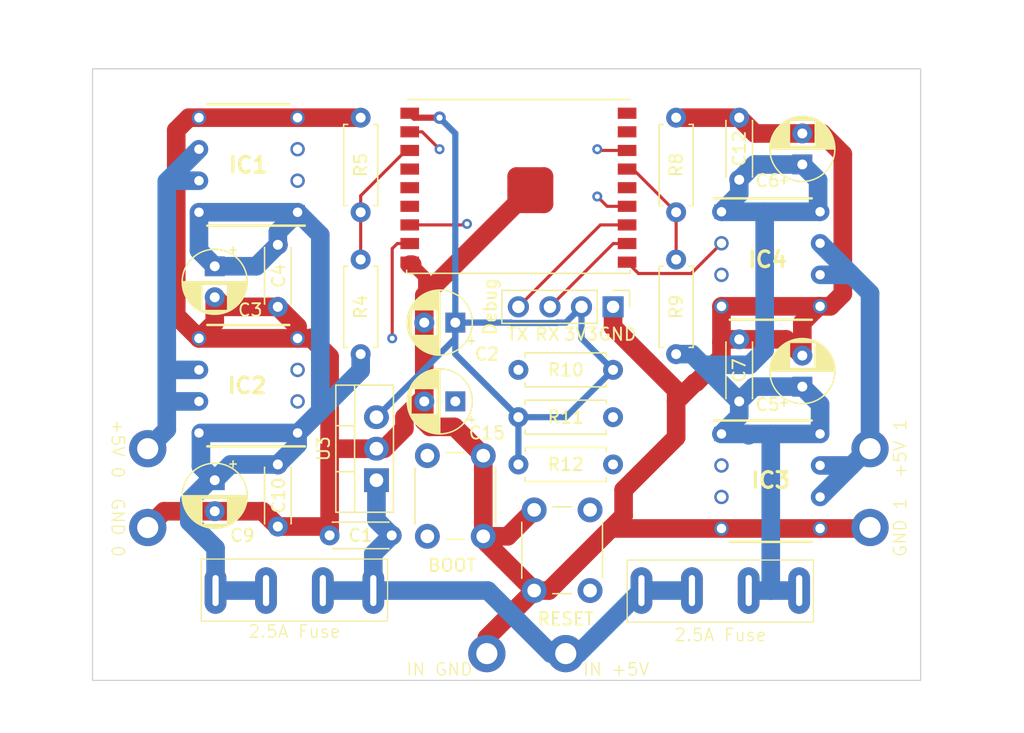
<source format=kicad_pcb>
(kicad_pcb (version 20221018) (generator pcbnew)
  (layers (0 "F.Cu" mixed) (1 "In1.Cu" signal) (2 "In2.Cu" signal) (31 "B.Cu" power) (34 "B.Paste" user) (35 "F.Paste" user) (36 "B.SilkS" user "B.Silkscreen") (37 "F.SilkS" user "F.Silkscreen") (38 "B.Mask" user) (39 "F.Mask" user) (44 "Edge.Cuts" user))
  (net 0 "")
  (net 1 "Net-(IC1-VDD_1)")
  (net 2 "Net-(IC1-~{OUT_1})")
  (net 3 "Net-(IC1-GND_1)")
  (net 5 "Net-(IC3-VDD_1)")
  (net 7 "Net-(IC3-~{OUT_1})")
  (net 8 "Net-(U1-EN{slash}CHIP_PU)")
  (net 10 "/Ch1 Logic")
  (net 15 "Net-(U3-VI)")
  (net 17 "/Fuse Sensor 0")
  (net 18 "Net-(U1-GPIO2{slash}ADC1_CH2)")
  (net 19 "Net-(U1-GPIO8)")
  (net 20 "Net-(U1-GPIO9)")
  (net 22 "/Fuse Sensor 1")
  (net 23 "Net-(J8-Pin_3)")
  (net 24 "Net-(J8-Pin_4)")
  (net 26 "Net-(J8-Pin_2)")
  (net 27 "/Ch0 Logic")
  (footprint "Resistor_THT:R_Axial_DIN0207_L6.3mm_D2.5mm_P7.62mm_Horizontal" (layer "F.Cu") (at 190.5 63.5 -90)
    (fp_text reference "R9" (at 3.81 0 90) (layer "F.SilkS"))
    (fp_text value "10kΩ")
    (pad "1" thru_hole circle (at 0 0 270) (size 1.6 1.6) (drill 0.8) (layers "*.Cu" "*.Mask") (net 22 "/Fuse Sensor 1"))
    (pad "2" thru_hole oval (at 7.62 0 270) (size 1.6 1.6) (drill 0.8) (layers "*.Cu" "*.Mask") (net 5 "Net-(IC3-VDD_1)"))
  )
  (footprint "Library:MCP1406-PDIP" (layer "F.Cu") (at 156.05 55.88 180)
    (fp_text reference "IC1" (at 0 0) (layer "F.SilkS") (effects (font (size 1.27 1.27) (thickness 0.254))))
    (fp_text value "MCP1406-E_P" hide)
    (pad "1" thru_hole rect (at -3.97 -3.81 180) (size 1.16 1.16) (drill 0.76) (layers "*.Cu" "*.Mask") (net 1 "Net-(IC1-VDD_1)"))
    (pad "2" thru_hole circle (at -3.97 -1.27 180) (size 1.16 1.16) (drill 0.76) (layers "*.Cu" "*.Mask") (net 27 "/Ch0 Logic"))
    (pad "3" thru_hole circle (at -3.97 1.27 180) (size 1.16 1.16) (drill 0.76) (layers "*.Cu" "*.Mask"))
    (pad "4" thru_hole circle (at -3.97 3.81 180) (size 1.16 1.16) (drill 0.76) (layers "*.Cu" "*.Mask") (net 3 "Net-(IC1-GND_1)"))
    (pad "5" thru_hole circle (at 3.97 3.81 180) (size 1.16 1.16) (drill 0.76) (layers "*.Cu" "*.Mask") (net 3 "Net-(IC1-GND_1)"))
    (pad "6" thru_hole circle (at 3.97 1.27 180) (size 1.16 1.16) (drill 0.76) (layers "*.Cu" "*.Mask") (net 2 "Net-(IC1-~{OUT_1})"))
    (pad "7" thru_hole circle (at 3.97 -1.27 180) (size 1.16 1.16) (drill 0.76) (layers "*.Cu" "*.Mask") (net 2 "Net-(IC1-~{OUT_1})"))
    (pad "8" thru_hole circle (at 3.97 -3.81 180) (size 1.16 1.16) (drill 0.76) (layers "*.Cu" "*.Mask") (net 1 "Net-(IC1-VDD_1)"))
  )
  (footprint "Capacitor_THT:C_Disc_D4.3mm_W1.9mm_P5.00mm" (layer "F.Cu") (at 158.43 80.01 -90)
    (fp_text reference "C10" (at 2.5 -0.066 90) (layer "F.SilkS"))
    (fp_text value "0.1uF Ceramic")
    (pad "1" thru_hole circle (at 0 0 270) (size 1.6 1.6) (drill 0.8) (layers "*.Cu" "*.Mask") (net 1 "Net-(IC1-VDD_1)"))
    (pad "2" thru_hole circle (at 5 0 270) (size 1.6 1.6) (drill 0.8) (layers "*.Cu" "*.Mask") (net 3 "Net-(IC1-GND_1)"))
  )
  (footprint "Library:14GA Wire Pad" (layer "F.Cu") (at 209.159 85.09 90)
    (fp_text reference "GND 1" (at 0 -0.625 90 unlocked) (layer "F.SilkS") (effects (font (thickness 0.1))))
    (fp_text value "GND 1")
    (pad "1" thru_hole circle (at 0 -3.048 90) (size 3 3) (drill 1.7) (layers "*.Cu" "*.Mask") (net 3 "Net-(IC1-GND_1)"))
  )
  (footprint "Library:MCP1406-PDIP" (layer "F.Cu") (at 198.12 63.46)
    (fp_text reference "IC4" (at -0.254 0.04) (layer "F.SilkS") (effects (font (size 1.27 1.27) (thickness 0.254))))
    (fp_text value "MCP1406-E_P" hide)
    (pad "1" thru_hole rect (at -3.97 -3.81) (size 1.16 1.16) (drill 0.76) (layers "*.Cu" "*.Mask") (net 5 "Net-(IC3-VDD_1)"))
    (pad "2" thru_hole circle (at -3.97 -1.27) (size 1.16 1.16) (drill 0.76) (layers "*.Cu" "*.Mask") (net 10 "/Ch1 Logic"))
    (pad "3" thru_hole circle (at -3.97 1.27) (size 1.16 1.16) (drill 0.76) (layers "*.Cu" "*.Mask"))
    (pad "4" thru_hole circle (at -3.97 3.81) (size 1.16 1.16) (drill 0.76) (layers "*.Cu" "*.Mask") (net 3 "Net-(IC1-GND_1)"))
    (pad "5" thru_hole circle (at 3.97 3.81) (size 1.16 1.16) (drill 0.76) (layers "*.Cu" "*.Mask") (net 3 "Net-(IC1-GND_1)"))
    (pad "6" thru_hole circle (at 3.97 1.27) (size 1.16 1.16) (drill 0.76) (layers "*.Cu" "*.Mask") (net 7 "Net-(IC3-~{OUT_1})"))
    (pad "7" thru_hole circle (at 3.97 -1.27) (size 1.16 1.16) (drill 0.76) (layers "*.Cu" "*.Mask") (net 7 "Net-(IC3-~{OUT_1})"))
    (pad "8" thru_hole circle (at 3.97 -3.81) (size 1.16 1.16) (drill 0.76) (layers "*.Cu" "*.Mask") (net 5 "Net-(IC3-VDD_1)"))
  )
  (footprint "MountingHole:MountingHole_3.2mm_M3" (layer "F.Cu") (at 206.375 52.07)
    (fp_text reference "REF**" hide)
    (fp_text value "MountingHole_3.2mm_M3")
    (pad "" np_thru_hole circle (at 0 0) (size 3.2 3.2) (drill 3.2) (layers "*.Mask" "F.Cu" "In1.Cu" "In2.Cu" "B.Cu"))
  )
  (footprint "Resistor_THT:R_Axial_DIN0207_L6.3mm_D2.5mm_P7.62mm_Horizontal" (layer "F.Cu") (at 177.8 80.01)
    (fp_text reference "R12" (at 3.81 0) (layer "F.SilkS"))
    (fp_text value "10kΩ")
    (pad "1" thru_hole circle (at 0 0) (size 1.6 1.6) (drill 0.8) (layers "*.Cu" "*.Mask") (net 26 "Net-(J8-Pin_2)"))
    (pad "2" thru_hole oval (at 7.62 0) (size 1.6 1.6) (drill 0.8) (layers "*.Cu" "*.Mask") (net 19 "Net-(U1-GPIO8)"))
  )
  (footprint "Button_Switch_THT:SW_PUSH_6mm" (layer "F.Cu") (at 170.47 85.8 90)
    (fp_text reference "BOOT" (at -2.338 1.996 180) (layer "F.SilkS"))
    (fp_text value "BOOT")
    (pad "1" thru_hole circle (at 0 0 180) (size 2 2) (drill 1.1) (layers "*.Cu" "*.Mask") (net 20 "Net-(U1-GPIO9)"))
    (pad "1" thru_hole circle (at 6.5 0 180) (size 2 2) (drill 1.1) (layers "*.Cu" "*.Mask") (net 20 "Net-(U1-GPIO9)"))
    (pad "2" thru_hole circle (at 0 4.5 180) (size 2 2) (drill 1.1) (layers "*.Cu" "*.Mask") (net 3 "Net-(IC1-GND_1)"))
    (pad "2" thru_hole circle (at 6.5 4.5 180) (size 2 2) (drill 1.1) (layers "*.Cu" "*.Mask") (net 3 "Net-(IC1-GND_1)"))
  )
  (footprint "Connector_PinHeader_2.54mm:PinHeader_1x04_P2.54mm_Vertical" (layer "F.Cu") (at 185.42 67.31 -90)
    (fp_text reference "Debug" (at 0 9.906 90) (layer "F.SilkS"))
    (fp_text value "Debug")
    (pad "1" thru_hole rect (at 0 0 270) (size 1.7 1.7) (drill 1) (layers "*.Cu" "*.Mask") (net 3 "Net-(IC1-GND_1)"))
    (pad "2" thru_hole oval (at 0 2.54 270) (size 1.7 1.7) (drill 1) (layers "*.Cu" "*.Mask") (net 26 "Net-(J8-Pin_2)"))
    (pad "3" thru_hole oval (at 0 5.08 270) (size 1.7 1.7) (drill 1) (layers "*.Cu" "*.Mask") (net 23 "Net-(J8-Pin_3)"))
    (pad "4" thru_hole oval (at 0 7.62 270) (size 1.7 1.7) (drill 1) (layers "*.Cu" "*.Mask") (net 24 "Net-(J8-Pin_4)"))
  )
  (footprint "Capacitor_THT:CP_Radial_D5.0mm_P2.50mm" (layer "F.Cu") (at 200.66 73.74 90)
    (fp_text reference "C5" (at -1.444 -2.794 180) (layer "F.SilkS"))
    (fp_text value "1uF")
    (pad "1" thru_hole rect (at 0 0 90) (size 1.6 1.6) (drill 0.8) (layers "*.Cu" "*.Mask") (net 5 "Net-(IC3-VDD_1)"))
    (pad "2" thru_hole circle (at 2.5 0 90) (size 1.6 1.6) (drill 0.8) (layers "*.Cu" "*.Mask") (net 3 "Net-(IC1-GND_1)"))
  )
  (footprint "Capacitor_THT:CP_Radial_D5.0mm_P2.50mm" (layer "F.Cu") (at 153.35 64.04 -90)
    (fp_text reference "C3" (at 3.524 -2.86) (layer "F.SilkS"))
    (fp_text value "1uF")
    (pad "1" thru_hole rect (at 0 0 270) (size 1.6 1.6) (drill 0.8) (layers "*.Cu" "*.Mask") (net 1 "Net-(IC1-VDD_1)"))
    (pad "2" thru_hole circle (at 2.5 0 270) (size 1.6 1.6) (drill 0.8) (layers "*.Cu" "*.Mask") (net 3 "Net-(IC1-GND_1)"))
  )
  (footprint "Capacitor_THT:CP_Radial_D5.0mm_P2.50mm" (layer "F.Cu") (at 200.66 55.84 90)
    (fp_text reference "C6" (at -1.31 -2.794 180) (layer "F.SilkS"))
    (fp_text value "1uF")
    (pad "1" thru_hole rect (at 0 0 90) (size 1.6 1.6) (drill 0.8) (layers "*.Cu" "*.Mask") (net 5 "Net-(IC3-VDD_1)"))
    (pad "2" thru_hole circle (at 2.5 0 90) (size 1.6 1.6) (drill 0.8) (layers "*.Cu" "*.Mask") (net 3 "Net-(IC1-GND_1)"))
  )
  (footprint "Library:14GA Wire Pad" (layer "F.Cu") (at 175.26 98.298)
    (fp_text reference "IN GND" (at -3.81 -1.778 unlocked) (layer "F.SilkS") (effects (font (thickness 0.1))))
    (fp_text value "GND")
    (pad "1" thru_hole circle (at 0 -3.048) (size 3 3) (drill 1.7) (layers "*.Cu" "*.Mask") (net 3 "Net-(IC1-GND_1)"))
  )
  (footprint "Library:MCP1406-PDIP" (layer "F.Cu") (at 156.05 73.66 180)
    (fp_text reference "IC2" (at 0.094 0) (layer "F.SilkS") (effects (font (size 1.27 1.27) (thickness 0.254))))
    (fp_text value "MCP1406-E_P" hide)
    (pad "1" thru_hole rect (at -3.97 -3.81 180) (size 1.16 1.16) (drill 0.76) (layers "*.Cu" "*.Mask") (net 1 "Net-(IC1-VDD_1)"))
    (pad "2" thru_hole circle (at -3.97 -1.27 180) (size 1.16 1.16) (drill 0.76) (layers "*.Cu" "*.Mask") (net 27 "/Ch0 Logic"))
    (pad "3" thru_hole circle (at -3.97 1.27 180) (size 1.16 1.16) (drill 0.76) (layers "*.Cu" "*.Mask"))
    (pad "4" thru_hole circle (at -3.97 3.81 180) (size 1.16 1.16) (drill 0.76) (layers "*.Cu" "*.Mask") (net 3 "Net-(IC1-GND_1)"))
    (pad "5" thru_hole circle (at 3.97 3.81 180) (size 1.16 1.16) (drill 0.76) (layers "*.Cu" "*.Mask") (net 3 "Net-(IC1-GND_1)"))
    (pad "6" thru_hole circle (at 3.97 1.27 180) (size 1.16 1.16) (drill 0.76) (layers "*.Cu" "*.Mask") (net 2 "Net-(IC1-~{OUT_1})"))
    (pad "7" thru_hole circle (at 3.97 -1.27 180) (size 1.16 1.16) (drill 0.76) (layers "*.Cu" "*.Mask") (net 2 "Net-(IC1-~{OUT_1})"))
    (pad "8" thru_hole circle (at 3.97 -3.81 180) (size 1.16 1.16) (drill 0.76) (layers "*.Cu" "*.Mask") (net 1 "Net-(IC1-VDD_1)"))
  )
  (footprint "Capacitor_THT:CP_Radial_D5.0mm_P2.50mm" (layer "F.Cu") (at 172.72 68.58 180)
    (fp_text reference "C2" (at -2.54 -2.54 180) (layer "F.SilkS"))
    (fp_text value "10uF")
    (pad "1" thru_hole rect (at 0 0 180) (size 1.6 1.6) (drill 0.8) (layers "*.Cu" "*.Mask") (net 26 "Net-(J8-Pin_2)"))
    (pad "2" thru_hole circle (at 2.5 0 180) (size 1.6 1.6) (drill 0.8) (layers "*.Cu" "*.Mask") (net 3 "Net-(IC1-GND_1)"))
  )
  (footprint "Resistor_THT:R_Axial_DIN0207_L6.3mm_D2.5mm_P7.62mm_Horizontal" (layer "F.Cu") (at 190.5 59.69 90)
    (fp_text reference "R8" (at 3.81 0 90) (layer "F.SilkS"))
    (fp_text value "2.5kΩ")
    (pad "1" thru_hole circle (at 0 0 90) (size 1.6 1.6) (drill 0.8) (layers "*.Cu" "*.Mask") (net 22 "/Fuse Sensor 1"))
    (pad "2" thru_hole oval (at 7.62 0 90) (size 1.6 1.6) (drill 0.8) (layers "*.Cu" "*.Mask") (net 3 "Net-(IC1-GND_1)"))
  )
  (footprint "Capacitor_THT:CP_Radial_D5.0mm_P2.50mm" (layer "F.Cu") (at 172.72 74.93 180)
    (fp_text reference "C15" (at -2.54 -2.54 180) (layer "F.SilkS"))
    (fp_text value "1uF")
    (pad "1" thru_hole rect (at 0 0 180) (size 1.6 1.6) (drill 0.8) (layers "*.Cu" "*.Mask") (net 8 "Net-(U1-EN{slash}CHIP_PU)"))
    (pad "2" thru_hole circle (at 2.5 0 180) (size 1.6 1.6) (drill 0.8) (layers "*.Cu" "*.Mask") (net 3 "Net-(IC1-GND_1)"))
  )
  (footprint "Resistor_THT:R_Axial_DIN0207_L6.3mm_D2.5mm_P7.62mm_Horizontal" (layer "F.Cu") (at 165.1 59.69 90)
    (fp_text reference "R5" (at 3.81 0 90) (layer "F.SilkS"))
    (fp_text value "2.5kΩ")
    (pad "1" thru_hole circle (at 0 0 90) (size 1.6 1.6) (drill 0.8) (layers "*.Cu" "*.Mask") (net 17 "/Fuse Sensor 0"))
    (pad "2" thru_hole oval (at 7.62 0 90) (size 1.6 1.6) (drill 0.8) (layers "*.Cu" "*.Mask") (net 3 "Net-(IC1-GND_1)"))
  )
  (footprint "MountingHole:MountingHole_3.2mm_M3" (layer "F.Cu") (at 206.502 93.472)
    (fp_text reference "REF**" hide)
    (fp_text value "MountingHole_3.2mm_M3")
    (pad "" np_thru_hole circle (at 0 0) (size 3.2 3.2) (drill 3.2) (layers "*.Mask" "F.Cu" "In1.Cu" "In2.Cu" "B.Cu"))
  )
  (footprint "Capacitor_THT:C_Disc_D4.3mm_W1.9mm_P5.00mm" (layer "F.Cu") (at 195.58 74.93 90)
    (fp_text reference "C7" (at 2.5 0 90) (layer "F.SilkS"))
    (fp_text value "0.1uF Ceramic")
    (pad "1" thru_hole circle (at 0 0 90) (size 1.6 1.6) (drill 0.8) (layers "*.Cu" "*.Mask") (net 5 "Net-(IC3-VDD_1)"))
    (pad "2" thru_hole circle (at 5 0 90) (size 1.6 1.6) (drill 0.8) (layers "*.Cu" "*.Mask") (net 3 "Net-(IC1-GND_1)"))
  )
  (footprint "Library:14GA Wire Pad" (layer "F.Cu") (at 144.907 78.74 -90)
    (fp_text reference "+5V 0" (at 0 -0.635 -90 unlocked) (layer "F.SilkS") (effects (font (thickness 0.1))))
    (fp_text value "OUT 0")
    (pad "1" thru_hole circle (at 0 -3.048 270) (size 3 3) (drill 1.7) (layers "*.Cu" "*.Mask") (net 2 "Net-(IC1-~{OUT_1})"))
  )
  (footprint "Capacitor_THT:C_Disc_D4.3mm_W1.9mm_P5.00mm" (layer "F.Cu") (at 167.6 85.725 180)
    (fp_text reference "C1" (at 2.5 0) (layer "F.SilkS"))
    (fp_text value "100nF")
    (pad "1" thru_hole circle (at 0 0 180) (size 1.6 1.6) (drill 0.8) (layers "*.Cu" "*.Mask") (net 15 "Net-(U3-VI)"))
    (pad "2" thru_hole circle (at 5 0 180) (size 1.6 1.6) (drill 0.8) (layers "*.Cu" "*.Mask") (net 3 "Net-(IC1-GND_1)"))
  )
  (footprint "Library:ATO Fuse Holder" (layer "F.Cu") (at 194.056 92.71)
    (fp_text reference "2.5A Fuse" (at 0 1.04 unlocked) (layer "F.SilkS") (effects (font (thickness 0.1))))
    (fp_text value "2.5A")
    (pad "1" thru_hole oval (at -6.35 -2.54) (size 1.75 3.75) (drill oval 0.5 2.5) (layers "*.Cu" "*.Mask") (net 15 "Net-(U3-VI)"))
    (pad "1" thru_hole oval (at -2.286 -2.54) (size 1.75 3.75) (drill oval 0.5 2.5) (layers "*.Cu" "*.Mask") (net 15 "Net-(U3-VI)"))
    (pad "2" thru_hole oval (at 2.286 -2.54) (size 1.75 3.75) (drill oval 0.5 2.5) (layers "*.Cu" "*.Mask") (net 5 "Net-(IC3-VDD_1)"))
    (pad "2" thru_hole oval (at 6.35 -2.54) (size 1.75 3.75) (drill oval 0.5 2.5) (layers "*.Cu" "*.Mask") (net 5 "Net-(IC3-VDD_1)"))
  )
  (footprint "Resistor_THT:R_Axial_DIN0207_L6.3mm_D2.5mm_P7.62mm_Horizontal" (layer "F.Cu") (at 177.8 72.39)
    (fp_text reference "R10" (at 3.81 0) (layer "F.SilkS"))
    (fp_text value "10kΩ")
    (pad "1" thru_hole circle (at 0 0) (size 1.6 1.6) (drill 0.8) (layers "*.Cu" "*.Mask") (net 8 "Net-(U1-EN{slash}CHIP_PU)"))
    (pad "2" thru_hole oval (at 7.62 0) (size 1.6 1.6) (drill 0.8) (layers "*.Cu" "*.Mask") (net 26 "Net-(J8-Pin_2)"))
  )
  (footprint "Library:MCP1406-PDIP" (layer "F.Cu") (at 198.12 81.36)
    (fp_text reference "IC3" (at 0 -0.08) (layer "F.SilkS") (effects (font (size 1.27 1.27) (thickness 0.254))))
    (fp_text value "MCP1406-E_P" hide)
    (pad "1" thru_hole rect (at -3.97 -3.81) (size 1.16 1.16) (drill 0.76) (layers "*.Cu" "*.Mask") (net 5 "Net-(IC3-VDD_1)"))
    (pad "2" thru_hole circle (at -3.97 -1.27) (size 1.16 1.16) (drill 0.76) (layers "*.Cu" "*.Mask") (net 10 "/Ch1 Logic"))
    (pad "3" thru_hole circle (at -3.97 1.27) (size 1.16 1.16) (drill 0.76) (layers "*.Cu" "*.Mask"))
    (pad "4" thru_hole circle (at -3.97 3.81) (size 1.16 1.16) (drill 0.76) (layers "*.Cu" "*.Mask") (net 3 "Net-(IC1-GND_1)"))
    (pad "5" thru_hole circle (at 3.97 3.81) (size 1.16 1.16) (drill 0.76) (layers "*.Cu" "*.Mask") (net 3 "Net-(IC1-GND_1)"))
    (pad "6" thru_hole circle (at 3.97 1.27) (size 1.16 1.16) (drill 0.76) (layers "*.Cu" "*.Mask") (net 7 "Net-(IC3-~{OUT_1})"))
    (pad "7" thru_hole circle (at 3.97 -1.27) (size 1.16 1.16) (drill 0.76) (layers "*.Cu" "*.Mask") (net 7 "Net-(IC3-~{OUT_1})"))
    (pad "8" thru_hole circle (at 3.97 -3.81) (size 1.16 1.16) (drill 0.76) (layers "*.Cu" "*.Mask") (net 5 "Net-(IC3-VDD_1)"))
  )
  (footprint "Button_Switch_THT:SW_PUSH_6mm" (layer "F.Cu") (at 179.07 90.17 90)
    (fp_text reference "RESET" (at -2.286 2.54 180) (layer "F.SilkS"))
    (fp_text value "RESET")
    (pad "1" thru_hole circle (at 0 0 180) (size 2 2) (drill 1.1) (layers "*.Cu" "*.Mask") (net 3 "Net-(IC1-GND_1)"))
    (pad "1" thru_hole circle (at 6.5 0 180) (size 2 2) (drill 1.1) (layers "*.Cu" "*.Mask") (net 3 "Net-(IC1-GND_1)"))
    (pad "2" thru_hole circle (at 0 4.5 180) (size 2 2) (drill 1.1) (layers "*.Cu" "*.Mask") (net 8 "Net-(U1-EN{slash}CHIP_PU)"))
    (pad "2" thru_hole circle (at 6.5 4.5 180) (size 2 2) (drill 1.1) (layers "*.Cu" "*.Mask") (net 8 "Net-(U1-EN{slash}CHIP_PU)"))
  )
  (footprint "Resistor_THT:R_Axial_DIN0207_L6.3mm_D2.5mm_P7.62mm_Horizontal" (layer "F.Cu") (at 165.1 71.12 90)
    (fp_text reference "R4" (at 3.81 0 90) (layer "F.SilkS"))
    (fp_text value "10kΩ")
    (pad "1" thru_hole circle (at 0 0 90) (size 1.6 1.6) (drill 0.8) (layers "*.Cu" "*.Mask") (net 1 "Net-(IC1-VDD_1)"))
    (pad "2" thru_hole oval (at 7.62 0 90) (size 1.6 1.6) (drill 0.8) (layers "*.Cu" "*.Mask") (net 17 "/Fuse Sensor 0"))
  )
  (footprint "Capacitor_THT:CP_Radial_D5.0mm_P2.50mm" (layer "F.Cu") (at 153.35 81.28 -90)
    (fp_text reference "C9" (at 4.445 -2.225) (layer "F.SilkS"))
    (fp_text value "1uF")
    (pad "1" thru_hole rect (at 0 0 270) (size 1.6 1.6) (drill 0.8) (layers "*.Cu" "*.Mask") (net 1 "Net-(IC1-VDD_1)"))
    (pad "2" thru_hole circle (at 2.5 0 270) (size 1.6 1.6) (drill 0.8) (layers "*.Cu" "*.Mask") (net 3 "Net-(IC1-GND_1)"))
  )
  (footprint "Capacitor_THT:C_Disc_D4.3mm_W1.9mm_P5.00mm" (layer "F.Cu") (at 158.43 62.31 -90)
    (fp_text reference "C4" (at 2.5 -0.066 90) (layer "F.SilkS"))
    (fp_text value "0.1uF Ceramic")
    (pad "1" thru_hole circle (at 0 0 270) (size 1.6 1.6) (drill 0.8) (layers "*.Cu" "*.Mask") (net 1 "Net-(IC1-VDD_1)"))
    (pad "2" thru_hole circle (at 5 0 270) (size 1.6 1.6) (drill 0.8) (layers "*.Cu" "*.Mask") (net 3 "Net-(IC1-GND_1)"))
  )
  (footprint "Resistor_THT:R_Axial_DIN0207_L6.3mm_D2.5mm_P7.62mm_Horizontal" (layer "F.Cu") (at 177.8 76.2)
    (fp_text reference "R11" (at 3.81 0) (layer "F.SilkS"))
    (fp_text value "10kΩ")
    (pad "1" thru_hole circle (at 0 0) (size 1.6 1.6) (drill 0.8) (layers "*.Cu" "*.Mask") (net 26 "Net-(J8-Pin_2)"))
    (pad "2" thru_hole oval (at 7.62 0) (size 1.6 1.6) (drill 0.8) (layers "*.Cu" "*.Mask") (net 18 "Net-(U1-GPIO2{slash}ADC1_CH2)"))
  )
  (footprint "Library:14GA Wire Pad" (layer "F.Cu") (at 181.61 98.298)
    (fp_text reference "IN +5V" (at 4.064 -1.778 unlocked) (layer "F.SilkS") (effects (font (thickness 0.1))))
    (fp_text value "+5V")
    (pad "1" thru_hole circle (at 0 -3.048) (size 3 3) (drill 1.7) (layers "*.Cu" "*.Mask") (net 15 "Net-(U3-VI)"))
  )
  (footprint "MountingHole:MountingHole_3.2mm_M3" (layer "F.Cu") (at 147.447 93.472)
    (fp_text reference "REF**" hide)
    (fp_text value "MountingHole_3.2mm_M3")
    (pad "" np_thru_hole circle (at 0 0) (size 3.2 3.2) (drill 3.2) (layers "*.Mask" "F.Cu" "In1.Cu" "In2.Cu" "B.Cu"))
  )
  (footprint "Package_TO_SOT_THT:TO-220-3_Vertical" (layer "F.Cu") (at 166.37 81.28 90)
    (fp_text reference "U3" (at 2.54 -4.27 90) (layer "F.SilkS"))
    (fp_text value "LF33_TO220")
    (pad "1" thru_hole rect (at 0 0 90) (size 1.905 2) (drill 1.1) (layers "*.Cu" "*.Mask") (net 15 "Net-(U3-VI)"))
    (pad "2" thru_hole oval (at 2.54 0 90) (size 1.905 2) (drill 1.1) (layers "*.Cu" "*.Mask") (net 3 "Net-(IC1-GND_1)"))
    (pad "3" thru_hole oval (at 5.08 0 90) (size 1.905 2) (drill 1.1) (layers "*.Cu" "*.Mask") (net 26 "Net-(J8-Pin_2)"))
  )
  (footprint "Capacitor_THT:C_Disc_D4.3mm_W1.9mm_P5.00mm" (layer "F.Cu") (at 195.58 57.07 90)
    (fp_text reference "C12" (at 2.5 0 90) (layer "F.SilkS"))
    (fp_text value "0.1uF Ceramic")
    (pad "1" thru_hole circle (at 0 0 90) (size 1.6 1.6) (drill 0.8) (layers "*.Cu" "*.Mask") (net 5 "Net-(IC3-VDD_1)"))
    (pad "2" thru_hole circle (at 5 0 90) (size 1.6 1.6) (drill 0.8) (layers "*.Cu" "*.Mask") (net 3 "Net-(IC1-GND_1)"))
  )
  (footprint "Library:ATO Fuse Holder" (layer "F.Cu") (at 159.766 87.63 180)
    (fp_text reference "2.5A Fuse" (at 0 -5.842 unlocked) (layer "F.SilkS") (effects (font (thickness 0.1))))
    (fp_text value "2.5A")
    (pad "1" thru_hole oval (at -6.35 -2.54 180) (size 1.75 3.75) (drill oval 0.5 2.5) (layers "*.Cu" "*.Mask") (net 15 "Net-(U3-VI)"))
    (pad "1" thru_hole oval (at -2.286 -2.54 180) (size 1.75 3.75) (drill oval 0.5 2.5) (layers "*.Cu" "*.Mask") (net 15 "Net-(U3-VI)"))
    (pad "2" thru_hole oval (at 2.286 -2.54 180) (size 1.75 3.75) (drill oval 0.5 2.5) (layers "*.Cu" "*.Mask") (net 1 "Net-(IC1-VDD_1)"))
    (pad "2" thru_hole oval (at 6.35 -2.54 180) (size 1.75 3.75) (drill oval 0.5 2.5) (layers "*.Cu" "*.Mask") (net 1 "Net-(IC1-VDD_1)"))
  )
  (footprint "Library:14GA Wire Pad" (layer "F.Cu") (at 209.159 78.74 90)
    (fp_text reference "+5V 1" (at 0 -0.625 90 unlocked) (layer "F.SilkS") (effects (font (thickness 0.1))))
    (fp_text value "OUT 1")
    (pad "1" thru_hole circle (at 0 -3.048 90) (size 3 3) (drill 1.7) (layers "*.Cu" "*.Mask") (net 7 "Net-(IC3-~{OUT_1})"))
  )
  (footprint "Library:14GA Wire Pad" (layer "F.Cu") (at 144.907 85.09 -90)
    (fp_text reference "GND 0" (at 0 -0.635 -90 unlocked) (layer "F.SilkS") (effects (font (thickness 0.1))))
    (fp_text value "GND 0")
    (pad "1" thru_hole circle (at 0 -3.048 270) (size 3 3) (drill 1.7) (layers "*.Cu" "*.Mask") (net 3 "Net-(IC1-GND_1)"))
  )
  (footprint "PCM_Espressif:ESP32-C3-WROOM-02" (layer "F.Cu") (at 177.8 57.61)
    (fp_text reference "U1" hide)
    (fp_text value "ESP32-C3-WROOM-02")
    (pad "1" smd rect (at -8.75 -5.9) (size 1.5 0.9) (layers "F.Cu" "F.Paste" "F.Mask") (net 26 "Net-(J8-Pin_2)"))
    (pad "2" smd rect (at -8.75 -4.4) (size 1.5 0.9) (layers "F.Cu" "F.Paste" "F.Mask") (net 8 "Net-(U1-EN{slash}CHIP_PU)"))
    (pad "3" smd rect (at -8.75 -2.9) (size 1.5 0.9) (layers "F.Cu" "F.Paste" "F.Mask") (net 17 "/Fuse Sensor 0"))
    (pad "4" smd rect (at -8.75 -1.4) (size 1.5 0.9) (layers "F.Cu" "F.Paste" "F.Mask"))
    (pad "5" smd rect (at -8.75 0.1) (size 1.5 0.9) (layers "F.Cu" "F.Paste" "F.Mask"))
    (pad "6" smd rect (at -8.75 1.6) (size 1.5 0.9) (layers "F.Cu" "F.Paste" "F.Mask"))
    (pad "7" smd rect (at -8.75 3.1) (size 1.5 0.9) (layers "F.Cu" "F.Paste" "F.Mask") (net 19 "Net-(U1-GPIO8)"))
    (pad "8" smd rect (at -8.75 4.6) (size 1.5 0.9) (layers "F.Cu" "F.Paste" "F.Mask") (net 20 "Net-(U1-GPIO9)"))
    (pad "9" smd rect (at -8.75 6.1) (size 1.5 0.9) (layers "F.Cu" "F.Paste" "F.Mask") (net 3 "Net-(IC1-GND_1)"))
    (pad "10" smd rect (at 8.75 6.1 180) (size 1.5 0.9) (layers "F.Cu" "F.Paste" "F.Mask") (net 10 "/Ch1 Logic"))
    (pad "11" smd rect (at 8.75 4.6 180) (size 1.5 0.9) (layers "F.Cu" "F.Paste" "F.Mask") (net 23 "Net-(J8-Pin_3)"))
    (pad "12" smd rect (at 8.75 3.1 180) (size 1.5 0.9) (layers "F.Cu" "F.Paste" "F.Mask") (net 24 "Net-(J8-Pin_4)"))
    (pad "13" smd rect (at 8.75 1.6 180) (size 1.5 0.9) (layers "F.Cu" "F.Paste" "F.Mask") (net 27 "/Ch0 Logic"))
    (pad "14" smd rect (at 8.75 0.1 180) (size 1.5 0.9) (layers "F.Cu" "F.Paste" "F.Mask"))
    (pad "15" smd rect (at 8.75 -1.4 180) (size 1.5 0.9) (layers "F.Cu" "F.Paste" "F.Mask") (net 22 "/Fuse Sensor 1"))
    (pad "16" smd rect (at 8.75 -2.9 180) (size 1.5 0.9) (layers "F.Cu" "F.Paste" "F.Mask") (net 18 "Net-(U1-GPIO2{slash}ADC1_CH2)"))
    (pad "17" smd rect (at 8.75 -4.4 180) (size 1.5 0.9) (layers "F.Cu" "F.Paste" "F.Mask"))
    (pad "18" smd rect (at 8.75 -5.9 180) (size 1.5 0.9) (layers "F.Cu" "F.Paste" "F.Mask"))
    (pad "19" smd rect (at -0.14 -0.8 180) (size 0.7 0.7) (layers "F.Cu" "F.Paste" "F.Mask") (net 3 "Net-(IC1-GND_1)"))
    (pad "19" smd rect (at -0.14 0.3 180) (size 0.7 0.7) (layers "F.Cu" "F.Paste" "F.Mask") (net 3 "Net-(IC1-GND_1)"))
    (pad "19" smd rect (at -0.14 1.4 180) (size 0.7 0.7) (layers "F.Cu" "F.Paste" "F.Mask") (net 3 "Net-(IC1-GND_1)"))
    (pad "19" smd rect (at 0.91 -0.8 180) (size 0.7 0.7) (layers "F.Cu" "F.Paste" "F.Mask") (net 3 "Net-(IC1-GND_1)"))
    (pad "19" smd rect (at 0.91 0.3 180) (size 0.7 0.7) (layers "F.Cu" "F.Paste" "F.Mask") (net 3 "Net-(IC1-GND_1)"))
    (pad "19" smd rect (at 0.91 1.4 180) (size 0.7 0.7) (layers "F.Cu" "F.Paste" "F.Mask") (net 3 "Net-(IC1-GND_1)"))
    (pad "19" smd rect (at 2.06 -0.8 180) (size 0.7 0.7) (layers "F.Cu" "F.Paste" "F.Mask") (net 3 "Net-(IC1-GND_1)"))
    (pad "19" smd rect (at 2.06 0.3 180) (size 0.7 0.7) (layers "F.Cu" "F.Paste" "F.Mask") (net 3 "Net-(IC1-GND_1)"))
    (pad "19" smd rect (at 2.06 1.4 180) (size 0.7 0.7) (layers "F.Cu" "F.Paste" "F.Mask") (net 3 "Net-(IC1-GND_1)"))
  )
  (footprint "MountingHole:MountingHole_3.2mm_M3" (layer "F.Cu") (at 147.32 52.07)
    (fp_text reference "REF**" hide)
    (fp_text value "MountingHole_3.2mm_M3")
    (pad "" np_thru_hole circle (at 0 0) (size 3.2 3.2) (drill 3.2) (layers "F&B.Cu" "*.Mask"))
  )
  (gr_rect (start 143.51 48.133) (end 210.185 97.409) (stroke (width 0.1)) (fill none) (layer "Edge.Cuts"))
  (gr_text "RX" (at 179.07 70.104) (layer "F.SilkS") (effects (font (size 1 1)) (justify left bottom)))
  (gr_text "TX" (at 176.784 70.104) (layer "F.SilkS") (effects (font (size 1 1)) (justify left bottom)))
  (gr_text "GND\n" (at 184.15 70.104) (layer "F.SilkS") (effects (font (size 1 1)) (justify left bottom)))
  (gr_text "3V3\n" (at 181.356 70.104) (layer "F.SilkS") (effects (font (size 1 1)) (justify left bottom)))
  (segment (start 160.068011 77.47) (end 161.85 75.688011) (width 1.5) (layer "B.Cu") (net 1))
  (segment (start 160.02 77.47) (end 160.02 78.42) (width 1.5) (layer "B.Cu") (net 1))
  (segment (start 158.43 61.28) (end 160.02 59.69) (width 1.5) (layer "B.Cu") (net 1))
  (segment (start 160.02 77.47) (end 160.068011 77.47) (width 1.5) (layer "B.Cu") (net 1))
  (segment (start 152.08 59.69) (end 152.08 62.77) (width 1.5) (layer "B.Cu") (net 1))
  (segment (start 158.43 62.31) (end 158.43 61.28) (width 1.5) (layer "B.Cu") (net 1))
  (segment (start 156.7 64.04) (end 158.43 62.31) (width 1.5) (layer "B.Cu") (net 1))
  (segment (start 165.1 72.438011) (end 161.85 75.688011) (width 1.5) (layer "B.Cu") (net 1))
  (segment (start 151.3 82.930862) (end 152.950862 81.28) (width 1.5) (layer "B.Cu") (net 1))
  (segment (start 157.48 90.17) (end 153.416 90.17) (width 1.5) (layer "B.Cu") (net 1))
  (segment (start 165.1 71.12) (end 165.1 72.438011) (width 1.5) (layer "B.Cu") (net 1))
  (segment (start 151.3 84.629138) (end 151.3 82.930862) (width 1.5) (layer "B.Cu") (net 1))
  (segment (start 160.06 77.51) (end 160.02 77.51) (width 1.5) (layer "B.Cu") (net 1))
  (segment (start 153.35 64.04) (end 156.7 64.04) (width 1.5) (layer "B.Cu") (net 1))
  (segment (start 160.02 78.42) (end 158.43 80.01) (width 1.5) (layer "B.Cu") (net 1))
  (segment (start 161.85 75.688011) (end 161.85 61.52) (width 1.5) (layer "B.Cu") (net 1))
  (segment (start 153.416 90.17) (end 153.416 86.745138) (width 1.5) (layer "B.Cu") (net 1))
  (segment (start 152.239 80.169) (end 152.239 77.47) (width 1.5) (layer "B.Cu") (net 1))
  (segment (start 152.950862 81.28) (end 153.35 81.28) (width 1.5) (layer "B.Cu") (net 1))
  (segment (start 161.85 61.52) (end 160.02 59.69) (width 1.5) (layer "B.Cu") (net 1))
  (segment (start 153.35 81.28) (end 152.239 80.169) (width 1.5) (layer "B.Cu") (net 1))
  (segment (start 160.02 59.69) (end 152.08 59.69) (width 1.5) (layer "B.Cu") (net 1))
  (segment (start 154.62 80.01) (end 153.35 81.28) (width 1.5) (layer "B.Cu") (net 1))
  (segment (start 158.43 80.01) (end 154.62 80.01) (width 1.5) (layer "B.Cu") (net 1))
  (segment (start 152.239 77.47) (end 160.02 77.47) (width 1.5) (layer "B.Cu") (net 1))
  (segment (start 153.416 86.745138) (end 151.3 84.629138) (width 1.5) (layer "B.Cu") (net 1))
  (segment (start 152.08 62.77) (end 153.35 64.04) (width 1.5) (layer "B.Cu") (net 1))
  (segment (start 149.489 72.39) (end 149.489 74.93) (width 1.5) (layer "B.Cu") (net 2))
  (segment (start 152.08 57.15) (end 149.86 57.15) (width 1.5) (layer "B.Cu") (net 2))
  (segment (start 149.489 74.93) (end 149.489 77.206) (width 1.5) (layer "B.Cu") (net 2))
  (segment (start 149.489 77.206) (end 147.955 78.74) (width 1.5) (layer "B.Cu") (net 2))
  (segment (start 149.489 57.201) (end 149.489 72.39) (width 1.5) (layer "B.Cu") (net 2))
  (segment (start 152.08 74.93) (end 149.489 74.93) (width 1.5) (layer "B.Cu") (net 2))
  (segment (start 149.86 57.15) (end 149.7 56.99) (width 1.5) (layer "B.Cu") (net 2))
  (segment (start 152.08 54.61) (end 149.7 56.99) (width 1.5) (layer "B.Cu") (net 2))
  (segment (start 149.7 56.99) (end 149.489 57.201) (width 1.5) (layer "B.Cu") (net 2))
  (segment (start 152.08 72.39) (end 149.489 72.39) (width 1.5) (layer "B.Cu") (net 2))
  (segment (start 162.6 71.321329) (end 161.088671 69.81) (width 1.5) (layer "F.Cu") (net 3))
  (segment (start 160.02 69.85) (end 160.02 68.9) (width 1.5) (layer "F.Cu") (net 3))
  (segment (start 190.5 74.019138) (end 190.5 74.93) (width 1.5) (layer "F.Cu") (net 3))
  (segment (start 149.265 83.78) (end 147.955 85.09) (width 1.5) (layer "F.Cu") (net 3))
  (segment (start 174.97 86.07) (end 179.07 90.17) (width 1.5) (layer "F.Cu") (net 3))
  (segment (start 203.92 66.260243) (end 203.92 55) (width 1.5) (layer "F.Cu") (net 3))
  (segment (start 186.269138 82.06) (end 186.269138 84.152843) (width 1.5) (layer "F.Cu") (net 3))
  (segment (start 194.15 70.184874) (end 194.15 71.367437) (width 1.5) (layer "F.Cu") (net 3))
  (segment (start 161.088671 69.81) (end 161.048671 69.85) (width 1.5) (layer "F.Cu") (net 3))
  (segment (start 176.94 85.8) (end 179.07 83.67) (width 1.5) (layer "F.Cu") (net 3))
  (segment (start 161.048671 69.85) (end 160.02 69.85) (width 1.5) (layer "F.Cu") (net 3))
  (segment (start 152.08 69.85) (end 150.25 68.02) (width 1.5) (layer "F.Cu") (net 3))
  (segment (start 154.12 67.31) (end 153.35 66.54) (width 1.5) (layer "F.Cu") (net 3))
  (segment (start 170.22 68.58) (end 170.22 74.93) (width 1.5) (layer "F.Cu") (net 3))
  (segment (start 185.42 67.31) (end 185.42 68.939138) (width 1.5) (layer "F.Cu") (net 3))
  (segment (start 153.35 83.78) (end 149.265 83.78) (width 1.5) (layer "F.Cu") (net 3))
  (segment (start 203.92 55) (end 202.26 53.34) (width 1.5) (layer "F.Cu") (net 3))
  (segment (start 200.66 71.24) (end 200.66 68.58) (width 1.5) (layer "F.Cu") (net 3))
  (segment (start 177.66 56.81) (end 177.66 57.91) (width 1.5) (layer "F.Cu") (net 3))
  (segment (start 194.15 67.27) (end 194.15 70.184874) (width 1.5) (layer "F.Cu") (net 3))
  (segment (start 168.62 77.112305) (end 166.992305 78.74) (width 1.5) (layer "F.Cu") (net 3))
  (segment (start 194.15 70.184874) (end 194.404874 69.93) (width 1.5) (layer "F.Cu") (net 3))
  (segment (start 179.07 90.17) (end 180.251981 90.17) (width 1.5) (layer "F.Cu") (net 3))
  (segment (start 170.22 64.88) (end 169.25 63.91) (width 1) (layer "F.Cu") (net 3))
  (segment (start 152.08 69.85) (end 160.02 69.85) (width 1.5) (layer "F.Cu") (net 3))
  (segment (start 201.97 67.27) (end 200.66 68.58) (width 1.5) (layer "F.Cu") (net 3))
  (segment (start 170.22 66.4) (end 178.71 57.91) (width 1.5) (layer "F.Cu") (net 3))
  (segment (start 190.5 77.829138) (end 186.269138 82.06) (width 1.5) (layer "F.Cu") (net 3))
  (segment (start 195.58 52.07) (end 190.5 52.07) (width 1.5) (layer "F.Cu") (net 3))
  (segment (start 168.62 76.2) (end 168.62 77.112305) (width 1.5) (layer "F.Cu") (net 3))
  (segment (start 158.43 67.31) (end 154.12 67.31) (width 1.5) (layer "F.Cu") (net 3))
  (segment (start 153.35 66.54) (end 153.35 68.58) (width 1.5) (layer "F.Cu") (net 3))
  (segment (start 192.02 73.41) (end 190.5 74.93) (width 1.5) (layer "F.Cu") (net 3))
  (segment (start 202.26 53.34) (end 200.66 53.34) (width 1.5) (layer "F.Cu") (net 3))
  (segment (start 177.66 59.01) (end 179.86 59.01) (width 1.5) (layer "F.Cu") (net 3))
  (segment (start 170.22 66.4) (end 170.22 64.88) (width 1) (layer "F.Cu") (net 3))
  (segment (start 202.910243 67.27) (end 203.92 66.260243) (width 1.5) (layer "F.Cu") (net 3))
  (segment (start 162.6 85.09) (end 162.52 85.01) (width 1.5) (layer "F.Cu") (net 3))
  (segment (start 169.89 74.93) (end 168.62 76.2) (width 1.5) (layer "F.Cu") (net 3))
  (segment (start 206.031 85.17) (end 206.111 85.09) (width 1.5) (layer "F.Cu") (net 3))
  (segment (start 151.259757 52.07) (end 152.08 52.07) (width 1.5) (layer "F.Cu") (net 3))
  (segment (start 179.86 59.01) (end 179.86 56.81) (width 1.5) (layer "F.Cu") (net 3))
  (segment (start 202.09 85.17) (end 206.031 85.17) (width 1.5) (layer "F.Cu") (net 3))
  (segment (start 200.66 53.34) (end 196.85 53.34) (width 1.5) (layer "F.Cu") (net 3))
  (segment (start 202.09 67.27) (end 201.97 67.27) (width 1.5) (layer "F.Cu") (net 3))
  (segment (start 152.08 52.07) (end 165.1 52.07) (width 1.5) (layer "F.Cu") (net 3))
  (segment (start 186.269138 84.152843) (end 185.251981 85.17) (width 1.5) (layer "F.Cu") (net 3))
  (segment (start 162.6 78.74) (end 162.6 71.321329) (width 1.5) (layer "F.Cu") (net 3))
  (segment (start 158.43 85.01) (end 162.52 85.01) (width 1.5) (layer "F.Cu") (net 3))
  (segment (start 174.97 85.8) (end 176.94 85.8) (width 1.5) (layer "F.Cu") (net 3))
  (segment (start 199.35 69.93) (end 200.66 71.24) (width 1.5) (layer "F.Cu") (net 3))
  (segment (start 175.26 95.25) (end 175.26 93.98) (width 1.5) (layer "F.Cu") (net 3))
  (segment (start 150.25 68.02) (end 150.25 53.079757) (width 1.5) (layer "F.Cu") (net 3))
  (segment (start 202.09 67.27) (end 202.910243 67.27) (width 1.5) (layer "F.Cu") (net 3))
  (segment (start 166.992305 78.74) (end 162.6 78.74) (width 1.5) (layer "F.Cu") (net 3))
  (segment (start 185.42 68.939138) (end 190.5 74.019138) (width 1.5) (layer "F.Cu") (net 3))
  (segment (start 180.251981 90.17) (end 185.251981 85.17) (width 1.5) (layer "F.Cu") (net 3))
  (segment (start 172.65 76.98) (end 170.67 76.98) (width 1.5) (layer "F.Cu") (net 3))
  (segment (start 174.97 79.3) (end 172.65 76.98) (width 1.5) (layer "F.Cu") (net 3))
  (segment (start 174.97 85.8) (end 174.97 79.3) (width 1.5) (layer "F.Cu") (net 3))
  (segment (start 174.97 85.8) (end 174.97 86.07) (width 1.5) (layer "F.Cu") (net 3))
  (segment (start 153.35 83.78) (end 157.2 83.78) (width 1.5) (layer "F.Cu") (net 3))
  (segment (start 162.6 78.74) (end 162.6 85.09) (width 1.5) (layer "F.Cu") (net 3))
  (segment (start 179.07 90.17) (end 175.26 93.98) (width 1.5) (layer "F.Cu") (net 3))
  (segment (start 177.66 59.01) (end 177.66 57.91) (width 1.5) (layer "F.Cu") (net 3))
  (segment (start 177.66 56.81) (end 179.86 56.81) (width 1.5) (layer "F.Cu") (net 3))
  (segment (start 153.35 68.58) (end 152.08 69.85) (width 1.5) (layer "F.Cu") (net 3))
  (segment (start 194.15 71.367437) (end 192.107437 73.41) (width 1.5) (layer "F.Cu") (net 3))
  (segment (start 195.58 69.93) (end 199.35 69.93) (width 1.5) (layer "F.Cu") (net 3))
  (segment (start 185.251981 85.17) (end 202.09 85.17) (width 1.5) (layer "F.Cu") (net 3))
  (segment (start 196.85 53.34) (end 195.58 52.07) (width 1.5) (layer "F.Cu") (net 3))
  (segment (start 170.67 76.98) (end 170.22 76.53) (width 1.5) (layer "F.Cu") (net 3))
  (segment (start 192.107437 73.41) (end 192.02 73.41) (width 1.5) (layer "F.Cu") (net 3))
  (segment (start 170.22 74.93) (end 169.89 74.93) (width 1.5) (layer "F.Cu") (net 3))
  (segment (start 150.25 53.079757) (end 151.259757 52.07) (width 1.5) (layer "F.Cu") (net 3))
  (segment (start 202.09 67.27) (end 194.15 67.27) (width 1.5) (layer "F.Cu") (net 3))
  (segment (start 190.5 74.93) (end 190.5 77.829138) (width 1.5) (layer "F.Cu") (net 3))
  (segment (start 194.404874 69.93) (end 195.58 69.93) (width 1.5) (layer "F.Cu") (net 3))
  (segment (start 162.6 85.725) (end 162.6 85.09) (width 1.5) (layer "F.Cu") (net 3))
  (segment (start 169.25 63.91) (end 169.05 63.91) (width 1.5) (layer "F.Cu") (net 3))
  (segment (start 170.22 68.58) (end 170.22 66.4) (width 1.5) (layer "F.Cu") (net 3))
  (segment (start 157.2 83.78) (end 158.43 85.01) (width 1.5) (layer "F.Cu") (net 3))
  (segment (start 170.22 76.53) (end 170.22 74.93) (width 1.5) (layer "F.Cu") (net 3))
  (segment (start 160.02 68.9) (end 158.43 67.31) (width 1.5) (layer "F.Cu") (net 3))
  (segment (start 200.66 55.84) (end 196.81 55.84) (width 1.5) (layer "B.Cu") (net 5))
  (segment (start 197.63 70.779138) (end 197.63 59.65) (width 1.5) (layer "B.Cu") (net 5))
  (segment (start 194.15 77.55) (end 198.12 77.55) (width 1.5) (layer "B.Cu") (net 5))
  (segment (start 200.66 55.84) (end 201.93 57.11) (width 1.5) (layer "B.Cu") (net 5))
  (segment (start 192.63 71.98) (end 196.429138 71.98) (width 1.5) (layer "B.Cu") (net 5))
  (segment (start 198.12 90.17) (end 196.342 90.17) (width 1.5) (layer "B.Cu") (net 5))
  (segment (start 190.5 71.12) (end 191.77 71.12) (width 1.5) (layer "B.Cu") (net 5))
  (segment (start 201.93 57.11) (end 201.93 59.49) (width 1.5) (layer "B.Cu") (net 5))
  (segment (start 195.58 58.22) (end 194.15 59.65) (width 1.5) (layer "B.Cu") (net 5))
  (segment (start 196.342 77.662) (end 196.23 77.55) (width 1.5) (layer "B.Cu") (net 5))
  (segment (start 201.93 59.49) (end 202.09 59.65) (width 1.5) (layer "B.Cu") (net 5))
  (segment (start 195.58 74.93) (end 192.32 71.67) (width 1.5) (layer "B.Cu") (net 5))
  (segment (start 196.429138 71.98) (end 197.63 70.779138) (width 1.5) (layer "B.Cu") (net 5))
  (segment (start 195.58 57.07) (end 195.58 58.22) (width 1.5) (layer "B.Cu") (net 5))
  (segment (start 200.66 73.74) (end 196.77 73.74) (width 1.5) (layer "B.Cu") (net 5))
  (segment (start 198.12 77.55) (end 202.09 77.55) (width 1.5) (layer "B.Cu") (net 5))
  (segment (start 202.09 75.17) (end 200.66 73.74) (width 1.5) (layer "B.Cu") (net 5))
  (segment (start 196.23 77.55) (end 194.15 77.55) (width 1.5) (layer "B.Cu") (net 5))
  (segment (start 196.77 73.74) (end 195.58 74.93) (width 1.5) (layer "B.Cu") (net 5))
  (segment (start 200.406 90.17) (end 198.12 90.17) (width 1.5) (layer "B.Cu") (net 5))
  (segment (start 192.32 71.67) (end 192.63 71.98) (width 1.5) (layer "B.Cu") (net 5))
  (segment (start 195.58 76.12) (end 194.15 77.55) (width 1.5) (layer "B.Cu") (net 5))
  (segment (start 196.81 55.84) (end 195.58 57.07) (width 1.5) (layer "B.Cu") (net 5))
  (segment (start 194.15 59.65) (end 202.09 59.65) (width 1.5) (layer "B.Cu") (net 5))
  (segment (start 191.77 71.12) (end 192.32 71.67) (width 1.5) (layer "B.Cu") (net 5))
  (segment (start 198.12 90.17) (end 198.12 77.55) (width 1.5) (layer "B.Cu") (net 5))
  (segment (start 195.58 74.93) (end 195.58 76.12) (width 1.5) (layer "B.Cu") (net 5))
  (segment (start 202.09 77.55) (end 202.09 75.17) (width 1.5) (layer "B.Cu") (net 5))
  (segment (start 204.59 80.13) (end 202.09 82.63) (width 1.5) (layer "B.Cu") (net 7))
  (segment (start 204.47 64.57) (end 206.111 66.211) (width 1.5) (layer "B.Cu") (net 7))
  (segment (start 204.43 64.73) (end 204.47 64.77) (width 1.5) (layer "B.Cu") (net 7))
  (segment (start 206.111 78.74) (end 205.98 78.74) (width 1.5) (layer "B.Cu") (net 7))
  (segment (start 205.98 78.74) (end 204.59 80.13) (width 1.5) (layer "B.Cu") (net 7))
  (segment (start 202.09 80.09) (end 204.55 80.09) (width 1.5) (layer "B.Cu") (net 7))
  (segment (start 204.55 80.09) (end 204.59 80.13) (width 1.5) (layer "B.Cu") (net 7))
  (segment (start 204.47 64.57) (end 204.47 64.77) (width 1.5) (layer "B.Cu") (net 7))
  (segment (start 202.09 62.19) (end 204.47 64.57) (width 1.5) (layer "B.Cu") (net 7))
  (segment (start 202.09 64.73) (end 204.43 64.73) (width 1.5) (layer "B.Cu") (net 7))
  (segment (start 206.111 66.211) (end 206.111 78.74) (width 1.5) (layer "B.Cu") (net 7))
  (segment (start 170.05 53.21) (end 171.45 54.61) (width 0.25) (layer "F.Cu") (net 8))
  (segment (start 169.05 53.21) (end 170.05 53.21) (width 0.25) (layer "F.Cu") (net 8))
  (via (at 171.45 54.61) (size 0.8) (drill 0.4) (layers "F.Cu" "B.Cu") (net 8))
  (segment (start 191.715 64.625) (end 194.15 62.19) (width 0.25) (layer "F.Cu") (net 10))
  (segment (start 186.55 63.71) (end 187.465 64.625) (width 0.25) (layer "F.Cu") (net 10))
  (segment (start 187.465 64.625) (end 191.715 64.625) (width 0.25) (layer "F.Cu") (net 10))
  (segment (start 166.37 84.495) (end 167.6 85.725) (width 1.5) (layer "B.Cu") (net 15))
  (segment (start 181.61 95.25) (end 180.419088 95.25) (width 1.5) (layer "B.Cu") (net 15))
  (segment (start 166.116 87.209) (end 167.6 85.725) (width 1.5) (layer "B.Cu") (net 15))
  (segment (start 182.626 95.25) (end 187.706 90.17) (width 1.5) (layer "B.Cu") (net 15))
  (segment (start 166.37 81.28) (end 166.37 84.495) (width 1.5) (layer "B.Cu") (net 15))
  (segment (start 180.419088 95.25) (end 175.339088 90.17) (width 1.5) (layer "B.Cu") (net 15))
  (segment (start 166.116 90.17) (end 175.339088 90.17) (width 1.5) (layer "B.Cu") (net 15))
  (segment (start 181.61 95.25) (end 182.626 95.25) (width 1.5) (layer "B.Cu") (net 15))
  (segment (start 187.706 90.17) (end 191.77 90.17) (width 1.5) (layer "B.Cu") (net 15))
  (segment (start 162.052 90.17) (end 166.116 90.17) (width 1.5) (layer "B.Cu") (net 15))
  (segment (start 166.116 90.17) (end 166.116 87.209) (width 1.5) (layer "B.Cu") (net 15))
  (segment (start 165.1 59.69) (end 165.1 63.5) (width 0.25) (layer "F.Cu") (net 17))
  (segment (start 169.05 54.71) (end 168.75 54.71) (width 0.25) (layer "F.Cu") (net 17))
  (segment (start 168.75 54.71) (end 165.1 58.36) (width 0.25) (layer "F.Cu") (net 17))
  (segment (start 165.1 58.36) (end 165.1 59.69) (width 0.25) (layer "F.Cu") (net 17))
  (segment (start 186.55 54.71) (end 184.25 54.71) (width 0.25) (layer "F.Cu") (net 18))
  (segment (start 184.25 54.71) (end 184.15 54.61) (width 0.25) (layer "F.Cu") (net 18))
  (via (at 184.15 54.61) (size 0.8) (drill 0.4) (layers "F.Cu" "B.Cu") (net 18))
  (segment (start 173.658627 60.628627) (end 173.577254 60.71) (width 0.25) (layer "F.Cu") (net 19))
  (segment (start 173.577254 60.71) (end 169.05 60.71) (width 0.25) (layer "F.Cu") (net 19))
  (via (at 173.658627 60.628627) (size 0.8) (drill 0.4) (layers "F.Cu" "B.Cu") (net 19))
  (segment (start 168.05 62.21) (end 167.64 62.62) (width 0.25) (layer "F.Cu") (net 20))
  (segment (start 169.05 62.21) (end 168.05 62.21) (width 0.25) (layer "F.Cu") (net 20))
  (segment (start 167.64 62.62) (end 167.64 69.85) (width 0.25) (layer "F.Cu") (net 20))
  (via (at 167.64 69.85) (size 0.8) (drill 0.4) (layers "F.Cu" "B.Cu") (net 20))
  (segment (start 190.5 59.69) (end 190.5 63.5) (width 0.25) (layer "F.Cu") (net 22))
  (segment (start 190.5 59.69) (end 187.02 56.21) (width 0.25) (layer "F.Cu") (net 22))
  (segment (start 187.02 56.21) (end 186.55 56.21) (width 0.25) (layer "F.Cu") (net 22))
  (segment (start 185.44 62.21) (end 186.55 62.21) (width 0.25) (layer "F.Cu") (net 23))
  (segment (start 180.34 67.31) (end 185.44 62.21) (width 0.25) (layer "F.Cu") (net 23))
  (segment (start 177.8 67.31) (end 184.4 60.71) (width 0.25) (layer "F.Cu") (net 24))
  (segment (start 184.4 60.71) (end 186.55 60.71) (width 0.25) (layer "F.Cu") (net 24))
  (segment (start 169.41 52.07) (end 169.05 51.71) (width 0.5) (layer "F.Cu") (net 26))
  (segment (start 171.45 52.07) (end 169.41 52.07) (width 0.5) (layer "F.Cu") (net 26))
  (via (at 171.45 52.07) (size 1) (drill 0.5) (layers "F.Cu" "B.Cu") (net 26))
  (segment (start 172.72 69.85) (end 172.72 68.58) (width 0.5) (layer "B.Cu") (net 26))
  (segment (start 180.908478 68.58) (end 180.878478 68.61) (width 0.5) (layer "B.Cu") (net 26))
  (segment (start 177.261522 68.61) (end 177.231522 68.58) (width 0.5) (layer "B.Cu") (net 26))
  (segment (start 177.231522 68.58) (end 172.72 68.58) (width 0.5) (layer "B.Cu") (net 26))
  (segment (start 181.61 68.58) (end 180.908478 68.58) (width 0.5) (layer "B.Cu") (net 26))
  (segment (start 177.8 80.01) (end 177.8 76.2) (width 0.5) (layer "B.Cu") (net 26))
  (segment (start 166.37 76.2) (end 172.72 69.85) (width 0.5) (layer "B.Cu") (net 26))
  (segment (start 172.72 68.58) (end 172.72 53.34) (width 0.5) (layer "B.Cu") (net 26))
  (segment (start 185.42 72.39) (end 182.88 69.85) (width 0.5) (layer "B.Cu") (net 26))
  (segment (start 182.88 67.31) (end 181.61 68.58) (width 0.5) (layer "B.Cu") (net 26))
  (segment (start 177.8 76.2) (end 181.61 76.2) (width 0.5) (layer "B.Cu") (net 26))
  (segment (start 180.878478 68.61) (end 177.261522 68.61) (width 0.5) (layer "B.Cu") (net 26))
  (segment (start 172.72 71.12) (end 172.72 68.58) (width 0.5) (layer "B.Cu") (net 26))
  (segment (start 177.8 76.2) (end 172.72 71.12) (width 0.5) (layer "B.Cu") (net 26))
  (segment (start 181.61 76.2) (end 185.42 72.39) (width 0.5) (layer "B.Cu") (net 26))
  (segment (start 172.72 53.34) (end 171.45 52.07) (width 0.5) (layer "B.Cu") (net 26))
  (segment (start 182.88 69.85) (end 182.88 67.31) (width 0.5) (layer "B.Cu") (net 26))
  (segment (start 184.94 59.21) (end 184.15 58.42) (width 0.25) (layer "F.Cu") (net 27))
  (segment (start 186.55 59.21) (end 184.94 59.21) (width 0.25) (layer "F.Cu") (net 27))
  (via (at 184.15 58.42) (size 0.8) (drill 0.4) (layers "F.Cu" "B.Cu") (net 27))
)
</source>
